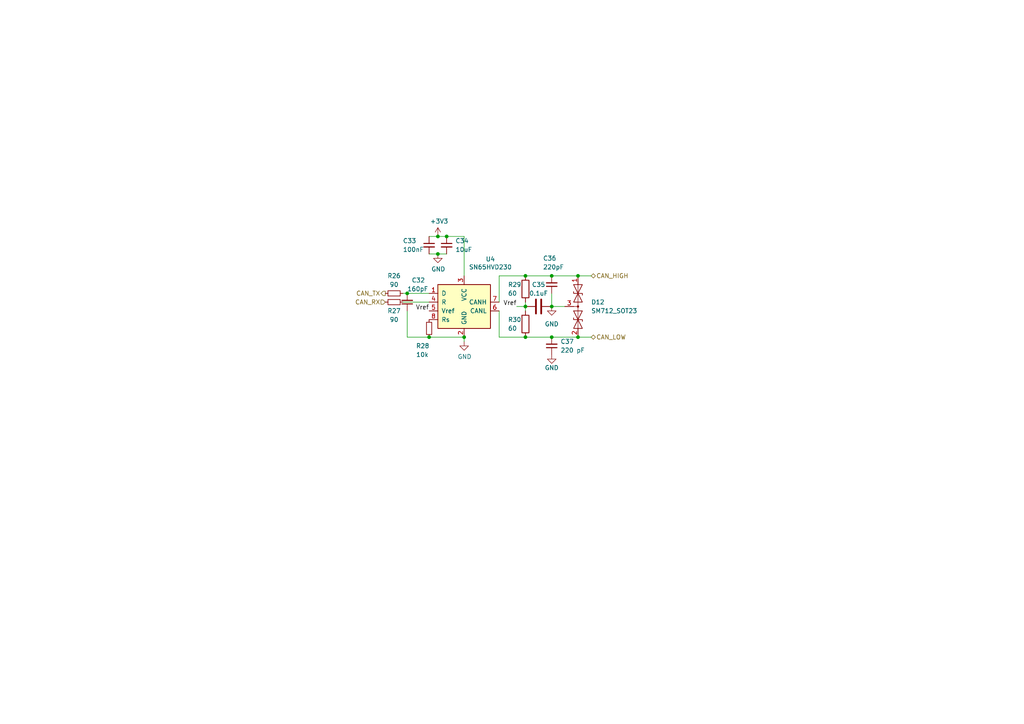
<source format=kicad_sch>
(kicad_sch (version 20211123) (generator eeschema)

  (uuid 58dc14f9-c158-4824-a84e-24a6a482a7a4)

  (paper "A4")

  (lib_symbols
    (symbol "Device:C" (pin_numbers hide) (pin_names (offset 0.254)) (in_bom yes) (on_board yes)
      (property "Reference" "C" (id 0) (at 0.635 2.54 0)
        (effects (font (size 1.27 1.27)) (justify left))
      )
      (property "Value" "C" (id 1) (at 0.635 -2.54 0)
        (effects (font (size 1.27 1.27)) (justify left))
      )
      (property "Footprint" "" (id 2) (at 0.9652 -3.81 0)
        (effects (font (size 1.27 1.27)) hide)
      )
      (property "Datasheet" "~" (id 3) (at 0 0 0)
        (effects (font (size 1.27 1.27)) hide)
      )
      (property "ki_keywords" "cap capacitor" (id 4) (at 0 0 0)
        (effects (font (size 1.27 1.27)) hide)
      )
      (property "ki_description" "Unpolarized capacitor" (id 5) (at 0 0 0)
        (effects (font (size 1.27 1.27)) hide)
      )
      (property "ki_fp_filters" "C_*" (id 6) (at 0 0 0)
        (effects (font (size 1.27 1.27)) hide)
      )
      (symbol "C_0_1"
        (polyline
          (pts
            (xy -2.032 -0.762)
            (xy 2.032 -0.762)
          )
          (stroke (width 0.508) (type default) (color 0 0 0 0))
          (fill (type none))
        )
        (polyline
          (pts
            (xy -2.032 0.762)
            (xy 2.032 0.762)
          )
          (stroke (width 0.508) (type default) (color 0 0 0 0))
          (fill (type none))
        )
      )
      (symbol "C_1_1"
        (pin passive line (at 0 3.81 270) (length 2.794)
          (name "~" (effects (font (size 1.27 1.27))))
          (number "1" (effects (font (size 1.27 1.27))))
        )
        (pin passive line (at 0 -3.81 90) (length 2.794)
          (name "~" (effects (font (size 1.27 1.27))))
          (number "2" (effects (font (size 1.27 1.27))))
        )
      )
    )
    (symbol "Device:C_Small" (pin_numbers hide) (pin_names (offset 0.254) hide) (in_bom yes) (on_board yes)
      (property "Reference" "C" (id 0) (at 0.254 1.778 0)
        (effects (font (size 1.27 1.27)) (justify left))
      )
      (property "Value" "C_Small" (id 1) (at 0.254 -2.032 0)
        (effects (font (size 1.27 1.27)) (justify left))
      )
      (property "Footprint" "" (id 2) (at 0 0 0)
        (effects (font (size 1.27 1.27)) hide)
      )
      (property "Datasheet" "~" (id 3) (at 0 0 0)
        (effects (font (size 1.27 1.27)) hide)
      )
      (property "ki_keywords" "capacitor cap" (id 4) (at 0 0 0)
        (effects (font (size 1.27 1.27)) hide)
      )
      (property "ki_description" "Unpolarized capacitor, small symbol" (id 5) (at 0 0 0)
        (effects (font (size 1.27 1.27)) hide)
      )
      (property "ki_fp_filters" "C_*" (id 6) (at 0 0 0)
        (effects (font (size 1.27 1.27)) hide)
      )
      (symbol "C_Small_0_1"
        (polyline
          (pts
            (xy -1.524 -0.508)
            (xy 1.524 -0.508)
          )
          (stroke (width 0.3302) (type default) (color 0 0 0 0))
          (fill (type none))
        )
        (polyline
          (pts
            (xy -1.524 0.508)
            (xy 1.524 0.508)
          )
          (stroke (width 0.3048) (type default) (color 0 0 0 0))
          (fill (type none))
        )
      )
      (symbol "C_Small_1_1"
        (pin passive line (at 0 2.54 270) (length 2.032)
          (name "~" (effects (font (size 1.27 1.27))))
          (number "1" (effects (font (size 1.27 1.27))))
        )
        (pin passive line (at 0 -2.54 90) (length 2.032)
          (name "~" (effects (font (size 1.27 1.27))))
          (number "2" (effects (font (size 1.27 1.27))))
        )
      )
    )
    (symbol "Device:R" (pin_numbers hide) (pin_names (offset 0)) (in_bom yes) (on_board yes)
      (property "Reference" "R" (id 0) (at 2.032 0 90)
        (effects (font (size 1.27 1.27)))
      )
      (property "Value" "R" (id 1) (at 0 0 90)
        (effects (font (size 1.27 1.27)))
      )
      (property "Footprint" "" (id 2) (at -1.778 0 90)
        (effects (font (size 1.27 1.27)) hide)
      )
      (property "Datasheet" "~" (id 3) (at 0 0 0)
        (effects (font (size 1.27 1.27)) hide)
      )
      (property "ki_keywords" "R res resistor" (id 4) (at 0 0 0)
        (effects (font (size 1.27 1.27)) hide)
      )
      (property "ki_description" "Resistor" (id 5) (at 0 0 0)
        (effects (font (size 1.27 1.27)) hide)
      )
      (property "ki_fp_filters" "R_*" (id 6) (at 0 0 0)
        (effects (font (size 1.27 1.27)) hide)
      )
      (symbol "R_0_1"
        (rectangle (start -1.016 -2.54) (end 1.016 2.54)
          (stroke (width 0.254) (type default) (color 0 0 0 0))
          (fill (type none))
        )
      )
      (symbol "R_1_1"
        (pin passive line (at 0 3.81 270) (length 1.27)
          (name "~" (effects (font (size 1.27 1.27))))
          (number "1" (effects (font (size 1.27 1.27))))
        )
        (pin passive line (at 0 -3.81 90) (length 1.27)
          (name "~" (effects (font (size 1.27 1.27))))
          (number "2" (effects (font (size 1.27 1.27))))
        )
      )
    )
    (symbol "Device:R_Small" (pin_numbers hide) (pin_names (offset 0.254) hide) (in_bom yes) (on_board yes)
      (property "Reference" "R" (id 0) (at 0.762 0.508 0)
        (effects (font (size 1.27 1.27)) (justify left))
      )
      (property "Value" "R_Small" (id 1) (at 0.762 -1.016 0)
        (effects (font (size 1.27 1.27)) (justify left))
      )
      (property "Footprint" "" (id 2) (at 0 0 0)
        (effects (font (size 1.27 1.27)) hide)
      )
      (property "Datasheet" "~" (id 3) (at 0 0 0)
        (effects (font (size 1.27 1.27)) hide)
      )
      (property "ki_keywords" "R resistor" (id 4) (at 0 0 0)
        (effects (font (size 1.27 1.27)) hide)
      )
      (property "ki_description" "Resistor, small symbol" (id 5) (at 0 0 0)
        (effects (font (size 1.27 1.27)) hide)
      )
      (property "ki_fp_filters" "R_*" (id 6) (at 0 0 0)
        (effects (font (size 1.27 1.27)) hide)
      )
      (symbol "R_Small_0_1"
        (rectangle (start -0.762 1.778) (end 0.762 -1.778)
          (stroke (width 0.2032) (type default) (color 0 0 0 0))
          (fill (type none))
        )
      )
      (symbol "R_Small_1_1"
        (pin passive line (at 0 2.54 270) (length 0.762)
          (name "~" (effects (font (size 1.27 1.27))))
          (number "1" (effects (font (size 1.27 1.27))))
        )
        (pin passive line (at 0 -2.54 90) (length 0.762)
          (name "~" (effects (font (size 1.27 1.27))))
          (number "2" (effects (font (size 1.27 1.27))))
        )
      )
    )
    (symbol "Diode:SM712_SOT23" (pin_names (offset 1.016) hide) (in_bom yes) (on_board yes)
      (property "Reference" "D" (id 0) (at 0 4.445 0)
        (effects (font (size 1.27 1.27)))
      )
      (property "Value" "SM712_SOT23" (id 1) (at 0 2.54 0)
        (effects (font (size 1.27 1.27)))
      )
      (property "Footprint" "Package_TO_SOT_SMD:SOT-23" (id 2) (at 0 -8.89 0)
        (effects (font (size 1.27 1.27)) hide)
      )
      (property "Datasheet" "https://www.littelfuse.com/~/media/electronics/datasheets/tvs_diode_arrays/littelfuse_tvs_diode_array_sm712_datasheet.pdf.pdf" (id 3) (at -3.81 0 0)
        (effects (font (size 1.27 1.27)) hide)
      )
      (property "ki_keywords" "transient voltage suppressor thyrector transil" (id 4) (at 0 0 0)
        (effects (font (size 1.27 1.27)) hide)
      )
      (property "ki_description" "7V/12V, 600W Asymmetrical TVS Diode Array, SOT-23" (id 5) (at 0 0 0)
        (effects (font (size 1.27 1.27)) hide)
      )
      (property "ki_fp_filters" "SOT?23*" (id 6) (at 0 0 0)
        (effects (font (size 1.27 1.27)) hide)
      )
      (symbol "SM712_SOT23_0_0"
        (polyline
          (pts
            (xy 0 -1.27)
            (xy 0 0)
          )
          (stroke (width 0) (type default) (color 0 0 0 0))
          (fill (type none))
        )
      )
      (symbol "SM712_SOT23_0_1"
        (polyline
          (pts
            (xy -6.35 0)
            (xy 6.35 0)
          )
          (stroke (width 0) (type default) (color 0 0 0 0))
          (fill (type none))
        )
        (polyline
          (pts
            (xy -3.302 1.27)
            (xy -3.81 1.27)
            (xy -3.81 -1.27)
            (xy -4.318 -1.27)
          )
          (stroke (width 0.2032) (type default) (color 0 0 0 0))
          (fill (type none))
        )
        (polyline
          (pts
            (xy 4.318 1.27)
            (xy 3.81 1.27)
            (xy 3.81 -1.27)
            (xy 3.302 -1.27)
          )
          (stroke (width 0.2032) (type default) (color 0 0 0 0))
          (fill (type none))
        )
        (polyline
          (pts
            (xy -6.35 -1.27)
            (xy -1.27 1.27)
            (xy -1.27 -1.27)
            (xy -6.35 1.27)
            (xy -6.35 -1.27)
          )
          (stroke (width 0.2032) (type default) (color 0 0 0 0))
          (fill (type none))
        )
        (polyline
          (pts
            (xy 1.27 -1.27)
            (xy 1.27 1.27)
            (xy 6.35 -1.27)
            (xy 6.35 1.27)
            (xy 1.27 -1.27)
          )
          (stroke (width 0.2032) (type default) (color 0 0 0 0))
          (fill (type none))
        )
        (circle (center 0 0) (radius 0.254)
          (stroke (width 0) (type default) (color 0 0 0 0))
          (fill (type outline))
        )
      )
      (symbol "SM712_SOT23_1_1"
        (pin passive line (at -8.89 0 0) (length 2.54)
          (name "A1" (effects (font (size 1.27 1.27))))
          (number "1" (effects (font (size 1.27 1.27))))
        )
        (pin passive line (at 8.89 0 180) (length 2.54)
          (name "A2" (effects (font (size 1.27 1.27))))
          (number "2" (effects (font (size 1.27 1.27))))
        )
        (pin input line (at 0 -3.81 90) (length 2.54)
          (name "common" (effects (font (size 1.27 1.27))))
          (number "3" (effects (font (size 1.27 1.27))))
        )
      )
    )
    (symbol "Interface_CAN_LIN:SN65HVD230" (pin_names (offset 1.016)) (in_bom yes) (on_board yes)
      (property "Reference" "U" (id 0) (at -2.54 10.16 0)
        (effects (font (size 1.27 1.27)) (justify right))
      )
      (property "Value" "SN65HVD230" (id 1) (at -2.54 7.62 0)
        (effects (font (size 1.27 1.27)) (justify right))
      )
      (property "Footprint" "Package_SO:SOIC-8_3.9x4.9mm_P1.27mm" (id 2) (at 0 -12.7 0)
        (effects (font (size 1.27 1.27)) hide)
      )
      (property "Datasheet" "http://www.ti.com/lit/ds/symlink/sn65hvd230.pdf" (id 3) (at -2.54 10.16 0)
        (effects (font (size 1.27 1.27)) hide)
      )
      (property "ki_keywords" "can transeiver ti low-power" (id 4) (at 0 0 0)
        (effects (font (size 1.27 1.27)) hide)
      )
      (property "ki_description" "CAN Bus Transceivers, 3.3V, 1Mbps, Low-Power capabilities, SOIC-8" (id 5) (at 0 0 0)
        (effects (font (size 1.27 1.27)) hide)
      )
      (property "ki_fp_filters" "SOIC*3.9x4.9mm*P1.27mm*" (id 6) (at 0 0 0)
        (effects (font (size 1.27 1.27)) hide)
      )
      (symbol "SN65HVD230_0_1"
        (rectangle (start -7.62 5.08) (end 7.62 -7.62)
          (stroke (width 0.254) (type default) (color 0 0 0 0))
          (fill (type background))
        )
      )
      (symbol "SN65HVD230_1_1"
        (pin input line (at -10.16 2.54 0) (length 2.54)
          (name "D" (effects (font (size 1.27 1.27))))
          (number "1" (effects (font (size 1.27 1.27))))
        )
        (pin power_in line (at 0 -10.16 90) (length 2.54)
          (name "GND" (effects (font (size 1.27 1.27))))
          (number "2" (effects (font (size 1.27 1.27))))
        )
        (pin power_in line (at 0 7.62 270) (length 2.54)
          (name "VCC" (effects (font (size 1.27 1.27))))
          (number "3" (effects (font (size 1.27 1.27))))
        )
        (pin output line (at -10.16 0 0) (length 2.54)
          (name "R" (effects (font (size 1.27 1.27))))
          (number "4" (effects (font (size 1.27 1.27))))
        )
        (pin output line (at -10.16 -2.54 0) (length 2.54)
          (name "Vref" (effects (font (size 1.27 1.27))))
          (number "5" (effects (font (size 1.27 1.27))))
        )
        (pin bidirectional line (at 10.16 -2.54 180) (length 2.54)
          (name "CANL" (effects (font (size 1.27 1.27))))
          (number "6" (effects (font (size 1.27 1.27))))
        )
        (pin bidirectional line (at 10.16 0 180) (length 2.54)
          (name "CANH" (effects (font (size 1.27 1.27))))
          (number "7" (effects (font (size 1.27 1.27))))
        )
        (pin input line (at -10.16 -5.08 0) (length 2.54)
          (name "Rs" (effects (font (size 1.27 1.27))))
          (number "8" (effects (font (size 1.27 1.27))))
        )
      )
    )
    (symbol "power:+3.3V" (power) (pin_names (offset 0)) (in_bom yes) (on_board yes)
      (property "Reference" "#PWR" (id 0) (at 0 -3.81 0)
        (effects (font (size 1.27 1.27)) hide)
      )
      (property "Value" "+3.3V" (id 1) (at 0 3.556 0)
        (effects (font (size 1.27 1.27)))
      )
      (property "Footprint" "" (id 2) (at 0 0 0)
        (effects (font (size 1.27 1.27)) hide)
      )
      (property "Datasheet" "" (id 3) (at 0 0 0)
        (effects (font (size 1.27 1.27)) hide)
      )
      (property "ki_keywords" "power-flag" (id 4) (at 0 0 0)
        (effects (font (size 1.27 1.27)) hide)
      )
      (property "ki_description" "Power symbol creates a global label with name \"+3.3V\"" (id 5) (at 0 0 0)
        (effects (font (size 1.27 1.27)) hide)
      )
      (symbol "+3.3V_0_1"
        (polyline
          (pts
            (xy -0.762 1.27)
            (xy 0 2.54)
          )
          (stroke (width 0) (type default) (color 0 0 0 0))
          (fill (type none))
        )
        (polyline
          (pts
            (xy 0 0)
            (xy 0 2.54)
          )
          (stroke (width 0) (type default) (color 0 0 0 0))
          (fill (type none))
        )
        (polyline
          (pts
            (xy 0 2.54)
            (xy 0.762 1.27)
          )
          (stroke (width 0) (type default) (color 0 0 0 0))
          (fill (type none))
        )
      )
      (symbol "+3.3V_1_1"
        (pin power_in line (at 0 0 90) (length 0) hide
          (name "+3V3" (effects (font (size 1.27 1.27))))
          (number "1" (effects (font (size 1.27 1.27))))
        )
      )
    )
    (symbol "power:GND" (power) (pin_names (offset 0)) (in_bom yes) (on_board yes)
      (property "Reference" "#PWR" (id 0) (at 0 -6.35 0)
        (effects (font (size 1.27 1.27)) hide)
      )
      (property "Value" "GND" (id 1) (at 0 -3.81 0)
        (effects (font (size 1.27 1.27)))
      )
      (property "Footprint" "" (id 2) (at 0 0 0)
        (effects (font (size 1.27 1.27)) hide)
      )
      (property "Datasheet" "" (id 3) (at 0 0 0)
        (effects (font (size 1.27 1.27)) hide)
      )
      (property "ki_keywords" "power-flag" (id 4) (at 0 0 0)
        (effects (font (size 1.27 1.27)) hide)
      )
      (property "ki_description" "Power symbol creates a global label with name \"GND\" , ground" (id 5) (at 0 0 0)
        (effects (font (size 1.27 1.27)) hide)
      )
      (symbol "GND_0_1"
        (polyline
          (pts
            (xy 0 0)
            (xy 0 -1.27)
            (xy 1.27 -1.27)
            (xy 0 -2.54)
            (xy -1.27 -1.27)
            (xy 0 -1.27)
          )
          (stroke (width 0) (type default) (color 0 0 0 0))
          (fill (type none))
        )
      )
      (symbol "GND_1_1"
        (pin power_in line (at 0 0 270) (length 0) hide
          (name "GND" (effects (font (size 1.27 1.27))))
          (number "1" (effects (font (size 1.27 1.27))))
        )
      )
    )
  )

  (junction (at 152.4 88.9) (diameter 0) (color 0 0 0 0)
    (uuid 2721e00b-3024-4b49-84cb-0a6dc6bf1080)
  )
  (junction (at 152.4 80.01) (diameter 0) (color 0 0 0 0)
    (uuid 2c305703-3966-433f-a6f8-a6ae00035ee4)
  )
  (junction (at 118.11 85.09) (diameter 0) (color 0 0 0 0)
    (uuid 33855b55-d8ca-4025-93ff-bde42f0af16c)
  )
  (junction (at 129.54 68.58) (diameter 0) (color 0 0 0 0)
    (uuid 365f3579-5620-46d3-91db-c73509274d4f)
  )
  (junction (at 160.02 88.9) (diameter 0) (color 0 0 0 0)
    (uuid 67ba57a7-a16e-4aa8-8f01-c3d4b455de0e)
  )
  (junction (at 160.02 97.79) (diameter 0) (color 0 0 0 0)
    (uuid 7d4ff933-cd0c-468c-a149-65f0100f466e)
  )
  (junction (at 124.46 97.79) (diameter 0) (color 0 0 0 0)
    (uuid 852d7eb3-be75-4a91-a77c-983a0b48cb78)
  )
  (junction (at 167.64 80.01) (diameter 0) (color 0 0 0 0)
    (uuid 982fcccc-50f7-4494-8628-de1e235f661d)
  )
  (junction (at 152.4 97.79) (diameter 0) (color 0 0 0 0)
    (uuid 9cbc95c6-541a-457c-99c9-f0940b8421b1)
  )
  (junction (at 127 68.58) (diameter 0) (color 0 0 0 0)
    (uuid b9243f32-dec4-4ce4-9135-296b9a4faaad)
  )
  (junction (at 134.62 97.79) (diameter 0) (color 0 0 0 0)
    (uuid be75b37b-9c0e-448c-a8a9-e9c9aa0a3d51)
  )
  (junction (at 167.64 97.79) (diameter 0) (color 0 0 0 0)
    (uuid ea4edf67-3246-492e-93d6-486449360db2)
  )
  (junction (at 160.02 80.01) (diameter 0) (color 0 0 0 0)
    (uuid f8ed3297-3ff6-42b0-bd35-4246303ceee2)
  )
  (junction (at 127 73.66) (diameter 0) (color 0 0 0 0)
    (uuid fe67a023-166a-4159-b018-0c847785d6fa)
  )

  (wire (pts (xy 167.64 97.79) (xy 171.45 97.79))
    (stroke (width 0) (type default) (color 0 0 0 0))
    (uuid 004ee8ee-666d-437c-a0c0-8bfd64f211c8)
  )
  (wire (pts (xy 134.62 68.58) (xy 134.62 80.01))
    (stroke (width 0) (type default) (color 0 0 0 0))
    (uuid 0b7542b1-d4a5-4aec-8ea5-110b5fa3b496)
  )
  (wire (pts (xy 118.11 90.17) (xy 118.11 97.79))
    (stroke (width 0) (type default) (color 0 0 0 0))
    (uuid 1ed213bd-d7e6-42a0-972d-023cb692f939)
  )
  (wire (pts (xy 118.11 97.79) (xy 124.46 97.79))
    (stroke (width 0) (type default) (color 0 0 0 0))
    (uuid 20966b2d-14ff-4a15-8dcd-402836f98cb5)
  )
  (wire (pts (xy 124.46 73.66) (xy 127 73.66))
    (stroke (width 0) (type default) (color 0 0 0 0))
    (uuid 27b54dcf-cf59-47b6-b4b5-6cb225ea335a)
  )
  (wire (pts (xy 144.78 90.17) (xy 144.78 97.79))
    (stroke (width 0) (type default) (color 0 0 0 0))
    (uuid 27cb800c-91f2-4581-a3df-283140f8de7a)
  )
  (wire (pts (xy 149.86 88.9) (xy 152.4 88.9))
    (stroke (width 0) (type default) (color 0 0 0 0))
    (uuid 2bbc7604-b80a-47c3-927c-9a6be8a30724)
  )
  (wire (pts (xy 160.02 85.09) (xy 160.02 88.9))
    (stroke (width 0) (type default) (color 0 0 0 0))
    (uuid 33b30c1e-0c8b-428a-9cc0-88e1b39db179)
  )
  (wire (pts (xy 127 68.58) (xy 129.54 68.58))
    (stroke (width 0) (type default) (color 0 0 0 0))
    (uuid 3f60c039-330f-4f69-9cc9-3e4bb05f77b6)
  )
  (wire (pts (xy 160.02 88.9) (xy 163.83 88.9))
    (stroke (width 0) (type default) (color 0 0 0 0))
    (uuid 42549dab-3d39-4fd2-a300-f5bac3018b6b)
  )
  (wire (pts (xy 116.84 87.63) (xy 124.46 87.63))
    (stroke (width 0) (type default) (color 0 0 0 0))
    (uuid 4fbc0dd6-499e-46bf-b453-8865e610d54c)
  )
  (wire (pts (xy 160.02 80.01) (xy 167.64 80.01))
    (stroke (width 0) (type default) (color 0 0 0 0))
    (uuid 583bc4cd-f57f-4a91-894c-99b8b57b3090)
  )
  (wire (pts (xy 152.4 97.79) (xy 160.02 97.79))
    (stroke (width 0) (type default) (color 0 0 0 0))
    (uuid 5c127e1d-9054-40de-b6da-6ff907316b45)
  )
  (wire (pts (xy 144.78 80.01) (xy 152.4 80.01))
    (stroke (width 0) (type default) (color 0 0 0 0))
    (uuid 5e67fd59-cd40-4944-86ed-116074a90f19)
  )
  (wire (pts (xy 152.4 88.9) (xy 152.4 90.17))
    (stroke (width 0) (type default) (color 0 0 0 0))
    (uuid 63e02256-f03f-4cb0-a3e7-95d5e2f9b9e7)
  )
  (wire (pts (xy 167.64 80.01) (xy 171.45 80.01))
    (stroke (width 0) (type default) (color 0 0 0 0))
    (uuid 73de24e2-b5fe-46dc-a394-fa8483f46b2c)
  )
  (wire (pts (xy 129.54 68.58) (xy 134.62 68.58))
    (stroke (width 0) (type default) (color 0 0 0 0))
    (uuid 85b0737e-a181-4a0f-891c-2b09a62e8758)
  )
  (wire (pts (xy 118.11 85.09) (xy 124.46 85.09))
    (stroke (width 0) (type default) (color 0 0 0 0))
    (uuid 86e29d56-af4c-40fe-8fb4-6d774d3564c0)
  )
  (wire (pts (xy 116.84 85.09) (xy 118.11 85.09))
    (stroke (width 0) (type default) (color 0 0 0 0))
    (uuid 871b85ca-02a6-4751-a75d-88ccd6584571)
  )
  (wire (pts (xy 144.78 97.79) (xy 152.4 97.79))
    (stroke (width 0) (type default) (color 0 0 0 0))
    (uuid 87b056ce-c433-4082-bd07-29a24fd1dfc2)
  )
  (wire (pts (xy 152.4 87.63) (xy 152.4 88.9))
    (stroke (width 0) (type default) (color 0 0 0 0))
    (uuid 983eed90-32b1-432e-a36f-f9ca56bf3fa5)
  )
  (wire (pts (xy 124.46 97.79) (xy 134.62 97.79))
    (stroke (width 0) (type default) (color 0 0 0 0))
    (uuid 9a9b3927-c7e1-4560-999f-db27cf281135)
  )
  (wire (pts (xy 124.46 68.58) (xy 127 68.58))
    (stroke (width 0) (type default) (color 0 0 0 0))
    (uuid a167e8c4-c67c-4825-ad64-818b06ec0b1f)
  )
  (wire (pts (xy 160.02 97.79) (xy 167.64 97.79))
    (stroke (width 0) (type default) (color 0 0 0 0))
    (uuid ac6d4abb-5313-4db1-b383-9e6fd4658dd3)
  )
  (wire (pts (xy 134.62 99.06) (xy 134.62 97.79))
    (stroke (width 0) (type default) (color 0 0 0 0))
    (uuid c2bdd96b-ae16-41e0-9c01-22c8cd929bb9)
  )
  (wire (pts (xy 152.4 80.01) (xy 160.02 80.01))
    (stroke (width 0) (type default) (color 0 0 0 0))
    (uuid c4aab532-438e-48c5-96a3-46d009f65785)
  )
  (wire (pts (xy 144.78 87.63) (xy 144.78 80.01))
    (stroke (width 0) (type default) (color 0 0 0 0))
    (uuid d4c327da-8bbe-4734-99a6-a6c90a8a09d8)
  )
  (wire (pts (xy 127 73.66) (xy 129.54 73.66))
    (stroke (width 0) (type default) (color 0 0 0 0))
    (uuid f6158508-a274-400f-9575-35f11f72d70d)
  )

  (label "Vref" (at 124.46 90.17 180)
    (effects (font (size 1.27 1.27)) (justify right bottom))
    (uuid 85878c11-d4b5-4d11-a6be-f032d8348a4d)
  )
  (label "Vref" (at 149.86 88.9 180)
    (effects (font (size 1.27 1.27)) (justify right bottom))
    (uuid ceaec669-42ab-4740-975c-9af0f9579f52)
  )

  (hierarchical_label "CAN_RX" (shape input) (at 111.76 87.63 180)
    (effects (font (size 1.27 1.27)) (justify right))
    (uuid 13abf99d-5265-4779-8973-e94370fd18ff)
  )
  (hierarchical_label "CAN_TX" (shape output) (at 111.76 85.09 180)
    (effects (font (size 1.27 1.27)) (justify right))
    (uuid a05d7640-f2f6-4ba7-8c51-5a4af431fc13)
  )
  (hierarchical_label "CAN_HIGH" (shape bidirectional) (at 171.45 80.01 0)
    (effects (font (size 1.27 1.27)) (justify left))
    (uuid a7520ad3-0f8b-4788-92d4-8ffb277041e6)
  )
  (hierarchical_label "CAN_LOW" (shape bidirectional) (at 171.45 97.79 0)
    (effects (font (size 1.27 1.27)) (justify left))
    (uuid a795f1ba-cdd5-4cc5-9a52-08586e982934)
  )

  (symbol (lib_id "power:GND") (at 134.62 99.06 0) (unit 1)
    (in_bom yes) (on_board yes)
    (uuid 00000000-0000-0000-0000-000061946eb3)
    (property "Reference" "#PWR0130" (id 0) (at 134.62 105.41 0)
      (effects (font (size 1.27 1.27)) hide)
    )
    (property "Value" "GND" (id 1) (at 134.747 103.4542 0))
    (property "Footprint" "" (id 2) (at 134.62 99.06 0)
      (effects (font (size 1.27 1.27)) hide)
    )
    (property "Datasheet" "" (id 3) (at 134.62 99.06 0)
      (effects (font (size 1.27 1.27)) hide)
    )
    (pin "1" (uuid a56d1fde-b4ad-42de-a848-9c94bc0cbe09))
  )

  (symbol (lib_id "power:+3.3V") (at 127 68.58 0) (unit 1)
    (in_bom yes) (on_board yes)
    (uuid 00000000-0000-0000-0000-000061946eb9)
    (property "Reference" "#PWR0131" (id 0) (at 127 72.39 0)
      (effects (font (size 1.27 1.27)) hide)
    )
    (property "Value" "+3.3V" (id 1) (at 127.381 64.1858 0))
    (property "Footprint" "" (id 2) (at 127 68.58 0)
      (effects (font (size 1.27 1.27)) hide)
    )
    (property "Datasheet" "" (id 3) (at 127 68.58 0)
      (effects (font (size 1.27 1.27)) hide)
    )
    (pin "1" (uuid 510813ff-4301-4d7b-b640-805049ac6194))
  )

  (symbol (lib_id "Interface_CAN_LIN:SN65HVD230") (at 134.62 87.63 0) (unit 1)
    (in_bom yes) (on_board yes)
    (uuid 00000000-0000-0000-0000-000061946ec3)
    (property "Reference" "U4" (id 0) (at 142.24 75.1586 0))
    (property "Value" "SN65HVD230" (id 1) (at 142.24 77.47 0))
    (property "Footprint" "Package_SO:SOIC-8_3.9x4.9mm_P1.27mm" (id 2) (at 134.62 100.33 0)
      (effects (font (size 1.27 1.27)) hide)
    )
    (property "Datasheet" "http://www.ti.com/lit/ds/symlink/sn65hvd230.pdf" (id 3) (at 132.08 77.47 0)
      (effects (font (size 1.27 1.27)) hide)
    )
    (pin "1" (uuid 6bdf4c09-0d97-4f84-a45b-4830c8cb3132))
    (pin "2" (uuid 8524da93-8e55-4af1-8974-d6a0c4c21263))
    (pin "3" (uuid dfe0615d-48dd-4d5e-ae77-f5a2410688c9))
    (pin "4" (uuid cdce2be4-88ef-44ed-b591-e6404a14a2cf))
    (pin "5" (uuid 64d84e49-aaf5-4eba-8a78-1b20287a1fe2))
    (pin "6" (uuid 5f9c5087-aeae-41db-97be-1dd276294553))
    (pin "7" (uuid ab15be4c-1efb-422a-9053-a5c97ba751b0))
    (pin "8" (uuid 570ee06f-38f1-44a9-ae2b-f08cf56305e0))
  )

  (symbol (lib_id "Device:C_Small") (at 129.54 71.12 0) (unit 1)
    (in_bom yes) (on_board yes) (fields_autoplaced)
    (uuid 06b0d844-1c7a-43fd-b8a5-ad8e34e13aac)
    (property "Reference" "C34" (id 0) (at 132.08 69.8562 0)
      (effects (font (size 1.27 1.27)) (justify left))
    )
    (property "Value" "10uF" (id 1) (at 132.08 72.3962 0)
      (effects (font (size 1.27 1.27)) (justify left))
    )
    (property "Footprint" "" (id 2) (at 129.54 71.12 0)
      (effects (font (size 1.27 1.27)) hide)
    )
    (property "Datasheet" "~" (id 3) (at 129.54 71.12 0)
      (effects (font (size 1.27 1.27)) hide)
    )
    (pin "1" (uuid 10b20214-515e-42bb-84a6-3f883f19ddfd))
    (pin "2" (uuid 4d2216bc-b14e-4a5b-b3c8-81ce9666e6b8))
  )

  (symbol (lib_id "Device:C_Small") (at 160.02 82.55 180) (unit 1)
    (in_bom yes) (on_board yes)
    (uuid 23622c20-4a70-4ee7-b39c-f5519633413f)
    (property "Reference" "C36" (id 0) (at 157.48 74.93 0)
      (effects (font (size 1.27 1.27)) (justify right))
    )
    (property "Value" "220pF" (id 1) (at 157.48 77.47 0)
      (effects (font (size 1.27 1.27)) (justify right))
    )
    (property "Footprint" "" (id 2) (at 160.02 82.55 0)
      (effects (font (size 1.27 1.27)) hide)
    )
    (property "Datasheet" "~" (id 3) (at 160.02 82.55 0)
      (effects (font (size 1.27 1.27)) hide)
    )
    (pin "1" (uuid 6a8c2151-de75-4ce4-92b6-d503d15c9ad4))
    (pin "2" (uuid 75f2870c-086d-4bb5-b7c6-e85cea1de9f0))
  )

  (symbol (lib_id "Device:C_Small") (at 118.11 87.63 180) (unit 1)
    (in_bom yes) (on_board yes)
    (uuid 39194db9-a03c-43f0-ad59-d69dd5910874)
    (property "Reference" "C32" (id 0) (at 119.38 81.28 0)
      (effects (font (size 1.27 1.27)) (justify right))
    )
    (property "Value" "160pF" (id 1) (at 118.11 83.82 0)
      (effects (font (size 1.27 1.27)) (justify right))
    )
    (property "Footprint" "" (id 2) (at 118.11 87.63 0)
      (effects (font (size 1.27 1.27)) hide)
    )
    (property "Datasheet" "~" (id 3) (at 118.11 87.63 0)
      (effects (font (size 1.27 1.27)) hide)
    )
    (pin "1" (uuid efd4efb1-6e0b-4528-9a54-f0c8a84ef2f3))
    (pin "2" (uuid a3a6ca0f-6de4-4d7a-964b-4be74aabbb25))
  )

  (symbol (lib_id "Diode:SM712_SOT23") (at 167.64 88.9 270) (unit 1)
    (in_bom yes) (on_board yes)
    (uuid 4717c16e-4caf-41db-976f-f247d2a86ecc)
    (property "Reference" "D12" (id 0) (at 171.45 87.63 90)
      (effects (font (size 1.27 1.27)) (justify left))
    )
    (property "Value" "SM712_SOT23" (id 1) (at 171.45 90.17 90)
      (effects (font (size 1.27 1.27)) (justify left))
    )
    (property "Footprint" "Package_TO_SOT_SMD:SOT-23" (id 2) (at 158.75 88.9 0)
      (effects (font (size 1.27 1.27)) hide)
    )
    (property "Datasheet" "https://www.littelfuse.com/~/media/electronics/datasheets/tvs_diode_arrays/littelfuse_tvs_diode_array_sm712_datasheet.pdf.pdf" (id 3) (at 167.64 85.09 0)
      (effects (font (size 1.27 1.27)) hide)
    )
    (pin "1" (uuid 61d401ba-9a92-46cf-9e74-830b4bae03e8))
    (pin "2" (uuid 0fd63885-740c-4de9-912d-b4c053174f76))
    (pin "3" (uuid c3ea2a06-1773-4450-9273-f6d2533c8ea8))
  )

  (symbol (lib_id "Device:R_Small") (at 114.3 87.63 90) (unit 1)
    (in_bom yes) (on_board yes)
    (uuid 476229cc-ca1e-4a0f-8f09-96ad5be435cb)
    (property "Reference" "R27" (id 0) (at 114.3 90.17 90))
    (property "Value" "90" (id 1) (at 114.3 92.71 90))
    (property "Footprint" "" (id 2) (at 114.3 87.63 0)
      (effects (font (size 1.27 1.27)) hide)
    )
    (property "Datasheet" "~" (id 3) (at 114.3 87.63 0)
      (effects (font (size 1.27 1.27)) hide)
    )
    (pin "1" (uuid 993ff105-4d18-4c9e-91c5-e8c562468585))
    (pin "2" (uuid 5e07ba15-f0a7-44ae-8349-208976b3deb4))
  )

  (symbol (lib_id "power:GND") (at 160.02 88.9 0) (unit 1)
    (in_bom yes) (on_board yes) (fields_autoplaced)
    (uuid 49208f5a-f73e-42f1-9d7d-382d975bd991)
    (property "Reference" "#PWR0146" (id 0) (at 160.02 95.25 0)
      (effects (font (size 1.27 1.27)) hide)
    )
    (property "Value" "GND" (id 1) (at 160.02 93.98 0))
    (property "Footprint" "" (id 2) (at 160.02 88.9 0)
      (effects (font (size 1.27 1.27)) hide)
    )
    (property "Datasheet" "" (id 3) (at 160.02 88.9 0)
      (effects (font (size 1.27 1.27)) hide)
    )
    (pin "1" (uuid 7279e70a-593e-4bf1-954b-79591693ce8a))
  )

  (symbol (lib_id "Device:R_Small") (at 114.3 85.09 90) (unit 1)
    (in_bom yes) (on_board yes)
    (uuid 4ebf59df-bc69-439f-b9f2-cb433efbca66)
    (property "Reference" "R26" (id 0) (at 114.3 80.01 90))
    (property "Value" "90" (id 1) (at 114.3 82.55 90))
    (property "Footprint" "" (id 2) (at 114.3 85.09 0)
      (effects (font (size 1.27 1.27)) hide)
    )
    (property "Datasheet" "~" (id 3) (at 114.3 85.09 0)
      (effects (font (size 1.27 1.27)) hide)
    )
    (pin "1" (uuid 855c98fd-6e66-4fc3-bce0-c9b8c954024c))
    (pin "2" (uuid 8cfd6c77-b73a-48d8-bcbe-52bc42766614))
  )

  (symbol (lib_id "power:GND") (at 160.02 102.87 0) (unit 1)
    (in_bom yes) (on_board yes)
    (uuid 54c27e2d-52b9-4197-956b-7db5f761b4df)
    (property "Reference" "#PWR0151" (id 0) (at 160.02 109.22 0)
      (effects (font (size 1.27 1.27)) hide)
    )
    (property "Value" "GND" (id 1) (at 160.02 106.68 0))
    (property "Footprint" "" (id 2) (at 160.02 102.87 0)
      (effects (font (size 1.27 1.27)) hide)
    )
    (property "Datasheet" "" (id 3) (at 160.02 102.87 0)
      (effects (font (size 1.27 1.27)) hide)
    )
    (pin "1" (uuid 75828b44-2df4-489c-be52-aa6efeac5bb8))
  )

  (symbol (lib_id "Device:C_Small") (at 124.46 71.12 0) (unit 1)
    (in_bom yes) (on_board yes)
    (uuid 759646bf-5c31-420e-aff7-2c1a28ce32e1)
    (property "Reference" "C33" (id 0) (at 116.84 69.85 0)
      (effects (font (size 1.27 1.27)) (justify left))
    )
    (property "Value" "100nF" (id 1) (at 116.84 72.39 0)
      (effects (font (size 1.27 1.27)) (justify left))
    )
    (property "Footprint" "" (id 2) (at 124.46 71.12 0)
      (effects (font (size 1.27 1.27)) hide)
    )
    (property "Datasheet" "~" (id 3) (at 124.46 71.12 0)
      (effects (font (size 1.27 1.27)) hide)
    )
    (pin "1" (uuid 805ff4df-d739-4b80-8686-b130f0f1e4c4))
    (pin "2" (uuid f5ddb397-39ab-4fbf-9fd3-c48b6fed8346))
  )

  (symbol (lib_id "Device:R_Small") (at 124.46 95.25 0) (unit 1)
    (in_bom yes) (on_board yes)
    (uuid c0a35b75-0e83-4311-add3-5a3930110d30)
    (property "Reference" "R28" (id 0) (at 120.65 100.33 0)
      (effects (font (size 1.27 1.27)) (justify left))
    )
    (property "Value" "10k" (id 1) (at 120.65 102.87 0)
      (effects (font (size 1.27 1.27)) (justify left))
    )
    (property "Footprint" "" (id 2) (at 124.46 95.25 0)
      (effects (font (size 1.27 1.27)) hide)
    )
    (property "Datasheet" "~" (id 3) (at 124.46 95.25 0)
      (effects (font (size 1.27 1.27)) hide)
    )
    (pin "1" (uuid 0acf5207-dd79-49f1-8d0b-a23806cfadfa))
    (pin "2" (uuid 4a0df9af-6be8-477d-851f-90af9a31af0a))
  )

  (symbol (lib_id "Device:R") (at 152.4 93.98 0) (unit 1)
    (in_bom yes) (on_board yes)
    (uuid c363df37-be76-44cd-846e-5e1010ee0d3e)
    (property "Reference" "R30" (id 0) (at 147.32 92.71 0)
      (effects (font (size 1.27 1.27)) (justify left))
    )
    (property "Value" "60" (id 1) (at 147.32 95.25 0)
      (effects (font (size 1.27 1.27)) (justify left))
    )
    (property "Footprint" "" (id 2) (at 150.622 93.98 90)
      (effects (font (size 1.27 1.27)) hide)
    )
    (property "Datasheet" "~" (id 3) (at 152.4 93.98 0)
      (effects (font (size 1.27 1.27)) hide)
    )
    (pin "1" (uuid 90f3d599-bb98-41e3-85f2-638568426026))
    (pin "2" (uuid 666b110b-64b3-4b1b-b648-8cefb6eb0bcb))
  )

  (symbol (lib_id "Device:R") (at 152.4 83.82 0) (unit 1)
    (in_bom yes) (on_board yes)
    (uuid c4e42d16-8dbe-42af-a61a-faa72b95fe53)
    (property "Reference" "R29" (id 0) (at 147.32 82.55 0)
      (effects (font (size 1.27 1.27)) (justify left))
    )
    (property "Value" "60" (id 1) (at 147.32 85.09 0)
      (effects (font (size 1.27 1.27)) (justify left))
    )
    (property "Footprint" "" (id 2) (at 150.622 83.82 90)
      (effects (font (size 1.27 1.27)) hide)
    )
    (property "Datasheet" "~" (id 3) (at 152.4 83.82 0)
      (effects (font (size 1.27 1.27)) hide)
    )
    (pin "1" (uuid 7aa89fde-e48a-459c-a6d3-ab42cc193dc3))
    (pin "2" (uuid d6841618-1848-4345-b481-0df763199957))
  )

  (symbol (lib_id "Device:C") (at 156.21 88.9 90) (unit 1)
    (in_bom yes) (on_board yes)
    (uuid c905e3f6-13b1-4d5f-8bb5-930cfa107996)
    (property "Reference" "C35" (id 0) (at 156.21 82.55 90))
    (property "Value" "0.1uF" (id 1) (at 156.21 85.09 90))
    (property "Footprint" "" (id 2) (at 160.02 87.9348 0)
      (effects (font (size 1.27 1.27)) hide)
    )
    (property "Datasheet" "~" (id 3) (at 156.21 88.9 0)
      (effects (font (size 1.27 1.27)) hide)
    )
    (pin "1" (uuid 661ee4cc-5365-4f1b-b95c-ab7b5ae3a4b3))
    (pin "2" (uuid 8295075a-cd4f-4e53-9e2b-b976b5e9ea64))
  )

  (symbol (lib_id "power:GND") (at 127 73.66 0) (unit 1)
    (in_bom yes) (on_board yes)
    (uuid d85aebac-c325-42de-8c8e-5349542a2954)
    (property "Reference" "#PWR0145" (id 0) (at 127 80.01 0)
      (effects (font (size 1.27 1.27)) hide)
    )
    (property "Value" "GND" (id 1) (at 127.127 78.0542 0))
    (property "Footprint" "" (id 2) (at 127 73.66 0)
      (effects (font (size 1.27 1.27)) hide)
    )
    (property "Datasheet" "" (id 3) (at 127 73.66 0)
      (effects (font (size 1.27 1.27)) hide)
    )
    (pin "1" (uuid 4c69aef8-d654-4204-8883-b2a00aa0121d))
  )

  (symbol (lib_id "Device:C_Small") (at 160.02 100.33 180) (unit 1)
    (in_bom yes) (on_board yes)
    (uuid f5a97da1-282d-43a4-ae5f-607cebde55a6)
    (property "Reference" "C37" (id 0) (at 162.56 99.06 0)
      (effects (font (size 1.27 1.27)) (justify right))
    )
    (property "Value" "220 pF" (id 1) (at 162.56 101.6 0)
      (effects (font (size 1.27 1.27)) (justify right))
    )
    (property "Footprint" "" (id 2) (at 160.02 100.33 0)
      (effects (font (size 1.27 1.27)) hide)
    )
    (property "Datasheet" "~" (id 3) (at 160.02 100.33 0)
      (effects (font (size 1.27 1.27)) hide)
    )
    (pin "1" (uuid c685cfd7-e386-40bf-bf60-826ff44dfc78))
    (pin "2" (uuid 38414853-6148-45ae-9788-69224b7341e0))
  )

  (sheet_instances
    (path "/" (page "1"))
  )

  (symbol_instances
    (path "/00000000-0000-0000-0000-000061946eb3"
      (reference "#PWR0130") (unit 1) (value "GND") (footprint "")
    )
    (path "/00000000-0000-0000-0000-000061946eb9"
      (reference "#PWR0131") (unit 1) (value "+3.3V") (footprint "")
    )
    (path "/00000000-0000-0000-0000-000061946ec3"
      (reference "U4") (unit 1) (value "SN65HVD230") (footprint "Package_SO:SOIC-8_3.9x4.9mm_P1.27mm")
    )
  )
)

</source>
